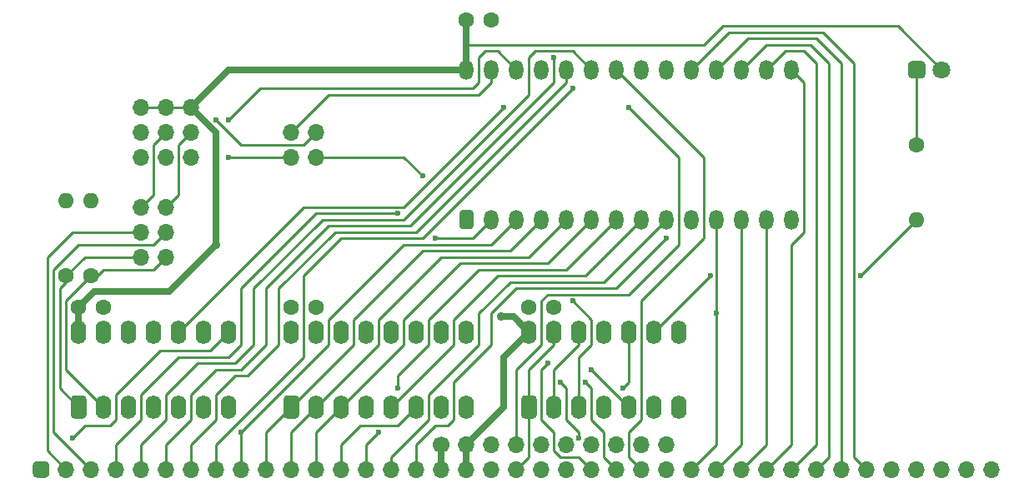
<source format=gbr>
%TF.GenerationSoftware,KiCad,Pcbnew,(5.1.6)-1*%
%TF.CreationDate,2020-11-27T01:24:45-08:00*%
%TF.ProjectId,rc-rom,72632d72-6f6d-42e6-9b69-6361645f7063,rev?*%
%TF.SameCoordinates,PX9157080PY9071968*%
%TF.FileFunction,Copper,L1,Top*%
%TF.FilePolarity,Positive*%
%FSLAX46Y46*%
G04 Gerber Fmt 4.6, Leading zero omitted, Abs format (unit mm)*
G04 Created by KiCad (PCBNEW (5.1.6)-1) date 2020-11-27 01:24:45*
%MOMM*%
%LPD*%
G01*
G04 APERTURE LIST*
%TA.AperFunction,ComponentPad*%
%ADD10O,1.440000X2.000000*%
%TD*%
%TA.AperFunction,ComponentPad*%
%ADD11O,1.600000X2.400000*%
%TD*%
%TA.AperFunction,ComponentPad*%
%ADD12O,1.700000X1.700000*%
%TD*%
%TA.AperFunction,ComponentPad*%
%ADD13O,1.600000X1.600000*%
%TD*%
%TA.AperFunction,ComponentPad*%
%ADD14C,1.600000*%
%TD*%
%TA.AperFunction,ComponentPad*%
%ADD15C,1.800000*%
%TD*%
%TA.AperFunction,ComponentPad*%
%ADD16C,1.700000*%
%TD*%
%TA.AperFunction,ViaPad*%
%ADD17C,0.600000*%
%TD*%
%TA.AperFunction,ViaPad*%
%ADD18C,0.900001*%
%TD*%
%TA.AperFunction,Conductor*%
%ADD19C,0.635000*%
%TD*%
%TA.AperFunction,Conductor*%
%ADD20C,0.254000*%
%TD*%
G04 APERTURE END LIST*
D10*
%TO.P,U1,15*%
%TO.N,D3*%
X77470000Y42240200D03*
%TO.P,U1,14*%
%TO.N,GND*%
X77470000Y27000200D03*
%TO.P,U1,16*%
%TO.N,D4*%
X74930000Y42240200D03*
%TO.P,U1,13*%
%TO.N,D2*%
X74930000Y27000200D03*
%TO.P,U1,17*%
%TO.N,D5*%
X72390000Y42240200D03*
%TO.P,U1,12*%
%TO.N,D1*%
X72390000Y27000200D03*
%TO.P,U1,18*%
%TO.N,D6*%
X69850000Y42240200D03*
%TO.P,U1,11*%
%TO.N,D0*%
X69850000Y27000200D03*
%TO.P,U1,19*%
%TO.N,D7*%
X67310000Y42240200D03*
%TO.P,U1,10*%
%TO.N,A0*%
X67310000Y27000200D03*
%TO.P,U1,20*%
%TO.N,PAGE*%
X64770000Y42240200D03*
%TO.P,U1,9*%
%TO.N,A1*%
X64770000Y27000200D03*
%TO.P,U1,21*%
%TO.N,A10*%
X62230000Y42240200D03*
%TO.P,U1,8*%
%TO.N,A2*%
X62230000Y27000200D03*
%TO.P,U1,22*%
%TO.N,~RD*%
X59690000Y42240200D03*
%TO.P,U1,7*%
%TO.N,A3*%
X59690000Y27000200D03*
%TO.P,U1,23*%
%TO.N,A11*%
X57150000Y42240200D03*
%TO.P,U1,6*%
%TO.N,A4*%
X57150000Y27000200D03*
%TO.P,U1,24*%
%TO.N,A9*%
X54610000Y42240200D03*
%TO.P,U1,5*%
%TO.N,A5*%
X54610000Y27000200D03*
%TO.P,U1,25*%
%TO.N,A8*%
X52070000Y42240200D03*
%TO.P,U1,4*%
%TO.N,A6*%
X52070000Y27000200D03*
%TO.P,U1,26*%
%TO.N,ROM_A13*%
X49530000Y42240200D03*
%TO.P,U1,3*%
%TO.N,A7*%
X49530000Y27000200D03*
%TO.P,U1,27*%
%TO.N,/ROM_A14S*%
X46990000Y42240200D03*
%TO.P,U1,2*%
%TO.N,A12*%
X46990000Y27000200D03*
%TO.P,U1,28*%
%TO.N,+5V*%
X44450000Y42240200D03*
%TO.P,U1,1*%
%TO.N,/ROM_A15S*%
%TA.AperFunction,ComponentPad*%
G36*
G01*
X44810000Y26000200D02*
X44090000Y26000200D01*
G75*
G02*
X43730000Y26360200I0J360000D01*
G01*
X43730000Y27640200D01*
G75*
G02*
X44090000Y28000200I360000J0D01*
G01*
X44810000Y28000200D01*
G75*
G02*
X45170000Y27640200I0J-360000D01*
G01*
X45170000Y26360200D01*
G75*
G02*
X44810000Y26000200I-360000J0D01*
G01*
G37*
%TD.AperFunction*%
%TD*%
D11*
%TO.P,U3,14*%
%TO.N,+5V*%
X50800000Y15570200D03*
%TO.P,U3,7*%
%TO.N,GND*%
X66040000Y7950200D03*
%TO.P,U3,13*%
%TO.N,~RESET*%
X53340000Y15570200D03*
%TO.P,U3,6*%
%TO.N,Net-(U3-Pad6)*%
X63500000Y7950200D03*
%TO.P,U3,12*%
%TO.N,D0*%
X55880000Y15570200D03*
%TO.P,U3,5*%
%TO.N,/~ROM_EN*%
X60960000Y7950200D03*
%TO.P,U3,11*%
%TO.N,/~LED_CFG*%
X58420000Y15570200D03*
%TO.P,U3,4*%
%TO.N,+5V*%
X58420000Y7950200D03*
%TO.P,U3,10*%
X60960000Y15570200D03*
%TO.P,U3,3*%
%TO.N,/~ROM_CFG*%
X55880000Y7950200D03*
%TO.P,U3,9*%
%TO.N,/LED*%
X63500000Y15570200D03*
%TO.P,U3,2*%
%TO.N,D0*%
X53340000Y7950200D03*
%TO.P,U3,8*%
%TO.N,Net-(U3-Pad8)*%
X66040000Y15570200D03*
%TO.P,U3,1*%
%TO.N,~RESET*%
%TA.AperFunction,ComponentPad*%
G36*
G01*
X51200000Y6750200D02*
X50400000Y6750200D01*
G75*
G02*
X50000000Y7150200I0J400000D01*
G01*
X50000000Y8750200D01*
G75*
G02*
X50400000Y9150200I400000J0D01*
G01*
X51200000Y9150200D01*
G75*
G02*
X51600000Y8750200I0J-400000D01*
G01*
X51600000Y7150200D01*
G75*
G02*
X51200000Y6750200I-400000J0D01*
G01*
G37*
%TD.AperFunction*%
%TD*%
%TO.P,U2,16*%
%TO.N,+5V*%
X26670000Y15570200D03*
%TO.P,U2,8*%
%TO.N,GND*%
X44450000Y7950200D03*
%TO.P,U2,15*%
%TO.N,/~LED_CFG*%
X29210000Y15570200D03*
%TO.P,U2,7*%
%TO.N,Net-(U2-Pad7)*%
X41910000Y7950200D03*
%TO.P,U2,14*%
%TO.N,Net-(U2-Pad14)*%
X31750000Y15570200D03*
%TO.P,U2,6*%
%TO.N,A3*%
X39370000Y7950200D03*
%TO.P,U2,13*%
%TO.N,Net-(U2-Pad13)*%
X34290000Y15570200D03*
%TO.P,U2,5*%
%TO.N,A2*%
X36830000Y7950200D03*
%TO.P,U2,12*%
%TO.N,Net-(U2-Pad12)*%
X36830000Y15570200D03*
%TO.P,U2,4*%
%TO.N,/~IOWR*%
X34290000Y7950200D03*
%TO.P,U2,11*%
%TO.N,Net-(U2-Pad11)*%
X39370000Y15570200D03*
%TO.P,U2,3*%
%TO.N,A4*%
X31750000Y7950200D03*
%TO.P,U2,10*%
%TO.N,Net-(U2-Pad10)*%
X41910000Y15570200D03*
%TO.P,U2,2*%
%TO.N,A5*%
X29210000Y7950200D03*
%TO.P,U2,9*%
%TO.N,/~ROM_CFG*%
X44450000Y15570200D03*
%TO.P,U2,1*%
%TO.N,A6*%
%TA.AperFunction,ComponentPad*%
G36*
G01*
X27070000Y6750200D02*
X26270000Y6750200D01*
G75*
G02*
X25870000Y7150200I0J400000D01*
G01*
X25870000Y8750200D01*
G75*
G02*
X26270000Y9150200I400000J0D01*
G01*
X27070000Y9150200D01*
G75*
G02*
X27470000Y8750200I0J-400000D01*
G01*
X27470000Y7150200D01*
G75*
G02*
X27070000Y6750200I-400000J0D01*
G01*
G37*
%TD.AperFunction*%
%TD*%
D12*
%TO.P,JP6,4*%
%TO.N,ROM_A14*%
X29210000Y35890200D03*
%TO.P,JP6,3*%
%TO.N,/ROM_A15S*%
X29210000Y33350200D03*
%TO.P,JP6,2*%
%TO.N,/ROM_A14S*%
X26670000Y35890200D03*
%TO.P,JP6,1*%
%TO.N,ROM_A15*%
X26670000Y33350200D03*
%TD*%
%TO.P,U4,1*%
%TO.N,/SZ1*%
%TA.AperFunction,ComponentPad*%
G36*
G01*
X5480000Y6750200D02*
X4680000Y6750200D01*
G75*
G02*
X4280000Y7150200I0J400000D01*
G01*
X4280000Y8750200D01*
G75*
G02*
X4680000Y9150200I400000J0D01*
G01*
X5480000Y9150200D01*
G75*
G02*
X5880000Y8750200I0J-400000D01*
G01*
X5880000Y7150200D01*
G75*
G02*
X5480000Y6750200I-400000J0D01*
G01*
G37*
%TD.AperFunction*%
D11*
%TO.P,U4,8*%
%TO.N,A15*%
X20320000Y15570200D03*
%TO.P,U4,2*%
%TO.N,/SZ2*%
X7620000Y7950200D03*
%TO.P,U4,9*%
%TO.N,~ROM_CS*%
X17780000Y15570200D03*
%TO.P,U4,3*%
%TO.N,A7*%
X10160000Y7950200D03*
%TO.P,U4,10*%
%TO.N,PAGE*%
X15240000Y15570200D03*
%TO.P,U4,4*%
%TO.N,~WR*%
X12700000Y7950200D03*
%TO.P,U4,11*%
%TO.N,~ROM_CS*%
X12700000Y15570200D03*
%TO.P,U4,5*%
%TO.N,~IOREQ*%
X15240000Y7950200D03*
%TO.P,U4,12*%
%TO.N,~MREQ*%
X10160000Y15570200D03*
%TO.P,U4,6*%
%TO.N,/~IOWR*%
X17780000Y7950200D03*
%TO.P,U4,13*%
%TO.N,/~ROM_EN*%
X7620000Y15570200D03*
%TO.P,U4,7*%
%TO.N,GND*%
X20320000Y7950200D03*
%TO.P,U4,14*%
%TO.N,+5V*%
X5080000Y15570200D03*
%TD*%
D13*
%TO.P,R3,2*%
%TO.N,/LED*%
X90170000Y27000200D03*
D14*
%TO.P,R3,1*%
%TO.N,Net-(D1-Pad1)*%
X90170000Y34620200D03*
%TD*%
D13*
%TO.P,R2,2*%
%TO.N,GND*%
X6350000Y28905200D03*
D14*
%TO.P,R2,1*%
%TO.N,/SZ2*%
X6350000Y21285200D03*
%TD*%
D13*
%TO.P,R1,2*%
%TO.N,GND*%
X3810000Y28905200D03*
D14*
%TO.P,R1,1*%
%TO.N,/SZ1*%
X3810000Y21285200D03*
%TD*%
D12*
%TO.P,JP5,3*%
%TO.N,GND*%
X16510000Y33350200D03*
%TO.P,JP5,2*%
%TO.N,ROM_A13*%
X16510000Y35890200D03*
%TO.P,JP5,1*%
%TO.N,+5V*%
X16510000Y38430200D03*
%TD*%
%TO.P,JP4,3*%
%TO.N,GND*%
X13970000Y33350200D03*
%TO.P,JP4,2*%
%TO.N,ROM_A14*%
X13970000Y35890200D03*
%TO.P,JP4,1*%
%TO.N,+5V*%
X13970000Y38430200D03*
%TD*%
%TO.P,JP3,3*%
%TO.N,GND*%
X11430000Y33350200D03*
%TO.P,JP3,2*%
%TO.N,ROM_A15*%
X11430000Y35890200D03*
%TO.P,JP3,1*%
%TO.N,+5V*%
X11430000Y38430200D03*
%TD*%
%TO.P,JP2,3*%
%TO.N,/SZ2*%
X13970000Y23190200D03*
%TO.P,JP2,2*%
%TO.N,A13*%
X13970000Y25730200D03*
%TO.P,JP2,1*%
%TO.N,ROM_A13*%
X13970000Y28270200D03*
%TD*%
%TO.P,JP1,3*%
%TO.N,/SZ1*%
X11430000Y23190200D03*
%TO.P,JP1,2*%
%TO.N,A14*%
X11430000Y25730200D03*
%TO.P,JP1,1*%
%TO.N,ROM_A14*%
X11430000Y28270200D03*
%TD*%
D15*
%TO.P,D1,2*%
%TO.N,+5V*%
X92710000Y42240200D03*
%TO.P,D1,1*%
%TO.N,Net-(D1-Pad1)*%
%TA.AperFunction,ComponentPad*%
G36*
G01*
X89270000Y41790200D02*
X89270000Y42690200D01*
G75*
G02*
X89720000Y43140200I450000J0D01*
G01*
X90620000Y43140200D01*
G75*
G02*
X91070000Y42690200I0J-450000D01*
G01*
X91070000Y41790200D01*
G75*
G02*
X90620000Y41340200I-450000J0D01*
G01*
X89720000Y41340200D01*
G75*
G02*
X89270000Y41790200I0J450000D01*
G01*
G37*
%TD.AperFunction*%
%TD*%
D14*
%TO.P,C4,2*%
%TO.N,GND*%
X7580000Y18110200D03*
%TO.P,C4,1*%
%TO.N,+5V*%
X5080000Y18110200D03*
%TD*%
%TO.P,C3,2*%
%TO.N,GND*%
X53300000Y18110200D03*
%TO.P,C3,1*%
%TO.N,+5V*%
X50800000Y18110200D03*
%TD*%
%TO.P,C2,2*%
%TO.N,GND*%
X29170000Y18110200D03*
%TO.P,C2,1*%
%TO.N,+5V*%
X26670000Y18110200D03*
%TD*%
%TO.P,C1,2*%
%TO.N,GND*%
X46950000Y47320200D03*
%TO.P,C1,1*%
%TO.N,+5V*%
X44450000Y47320200D03*
%TD*%
D12*
%TO.P,J2,10*%
%TO.N,Net-(J2-Pad10)*%
X64770000Y4140200D03*
%TO.P,J2,9*%
%TO.N,Net-(J2-Pad9)*%
X62230000Y4140200D03*
%TO.P,J2,8*%
%TO.N,Net-(J2-Pad8)*%
X59690000Y4140200D03*
%TO.P,J2,7*%
%TO.N,Net-(J2-Pad7)*%
X57150000Y4140200D03*
%TO.P,J2,6*%
%TO.N,Net-(J2-Pad6)*%
X54610000Y4140200D03*
%TO.P,J2,5*%
%TO.N,Net-(J2-Pad5)*%
X52070000Y4140200D03*
%TO.P,J2,4*%
%TO.N,PAGE*%
X49530000Y4140200D03*
%TO.P,J2,3*%
%TO.N,Net-(J2-Pad3)*%
X46990000Y4140200D03*
%TO.P,J2,2*%
%TO.N,+5V*%
X44450000Y4140200D03*
D16*
%TO.P,J2,1*%
%TO.N,GND*%
X41910000Y4140200D03*
%TD*%
D12*
%TO.P,J1,39*%
%TO.N,Net-(J1-Pad39)*%
X97790000Y1600200D03*
%TO.P,J1,38*%
%TO.N,Net-(J1-Pad38)*%
X95250000Y1600200D03*
%TO.P,J1,37*%
%TO.N,Net-(J1-Pad37)*%
X92710000Y1600200D03*
%TO.P,J1,36*%
%TO.N,Net-(J1-Pad36)*%
X90170000Y1600200D03*
%TO.P,J1,35*%
%TO.N,Net-(J1-Pad35)*%
X87630000Y1600200D03*
%TO.P,J1,34*%
%TO.N,D7*%
X85090000Y1600200D03*
%TO.P,J1,33*%
%TO.N,D6*%
X82550000Y1600200D03*
%TO.P,J1,32*%
%TO.N,D5*%
X80010000Y1600200D03*
%TO.P,J1,31*%
%TO.N,D4*%
X77470000Y1600200D03*
%TO.P,J1,30*%
%TO.N,D3*%
X74930000Y1600200D03*
%TO.P,J1,29*%
%TO.N,D2*%
X72390000Y1600200D03*
%TO.P,J1,28*%
%TO.N,D1*%
X69850000Y1600200D03*
%TO.P,J1,27*%
%TO.N,D0*%
X67310000Y1600200D03*
%TO.P,J1,26*%
%TO.N,~IOREQ*%
X64770000Y1600200D03*
%TO.P,J1,25*%
%TO.N,~RD*%
X62230000Y1600200D03*
%TO.P,J1,24*%
%TO.N,~WR*%
X59690000Y1600200D03*
%TO.P,J1,23*%
%TO.N,~MREQ*%
X57150000Y1600200D03*
%TO.P,J1,22*%
%TO.N,Net-(J1-Pad22)*%
X54610000Y1600200D03*
%TO.P,J1,21*%
%TO.N,Net-(J1-Pad21)*%
X52070000Y1600200D03*
%TO.P,J1,20*%
%TO.N,~RESET*%
X49530000Y1600200D03*
%TO.P,J1,19*%
%TO.N,Net-(J1-Pad19)*%
X46990000Y1600200D03*
%TO.P,J1,18*%
%TO.N,+5V*%
X44450000Y1600200D03*
%TO.P,J1,17*%
%TO.N,GND*%
X41910000Y1600200D03*
%TO.P,J1,16*%
%TO.N,A0*%
X39370000Y1600200D03*
%TO.P,J1,15*%
%TO.N,A1*%
X36830000Y1600200D03*
%TO.P,J1,14*%
%TO.N,A2*%
X34290000Y1600200D03*
%TO.P,J1,13*%
%TO.N,A3*%
X31750000Y1600200D03*
%TO.P,J1,12*%
%TO.N,A4*%
X29210000Y1600200D03*
%TO.P,J1,11*%
%TO.N,A5*%
X26670000Y1600200D03*
%TO.P,J1,10*%
%TO.N,A6*%
X24130000Y1600200D03*
%TO.P,J1,9*%
%TO.N,A7*%
X21590000Y1600200D03*
%TO.P,J1,8*%
%TO.N,A8*%
X19050000Y1600200D03*
%TO.P,J1,7*%
%TO.N,A9*%
X16510000Y1600200D03*
%TO.P,J1,6*%
%TO.N,A10*%
X13970000Y1600200D03*
%TO.P,J1,5*%
%TO.N,A11*%
X11430000Y1600200D03*
%TO.P,J1,4*%
%TO.N,A12*%
X8890000Y1600200D03*
%TO.P,J1,3*%
%TO.N,A13*%
X6350000Y1600200D03*
%TO.P,J1,2*%
%TO.N,A14*%
X3810000Y1600200D03*
%TO.P,J1,1*%
%TO.N,A15*%
%TA.AperFunction,ComponentPad*%
G36*
G01*
X1695000Y750200D02*
X845000Y750200D01*
G75*
G02*
X420000Y1175200I0J425000D01*
G01*
X420000Y2025200D01*
G75*
G02*
X845000Y2450200I425000J0D01*
G01*
X1695000Y2450200D01*
G75*
G02*
X2120000Y2025200I0J-425000D01*
G01*
X2120000Y1175200D01*
G75*
G02*
X1695000Y750200I-425000J0D01*
G01*
G37*
%TD.AperFunction*%
%TD*%
D17*
%TO.N,D0*%
X69850000Y17475200D03*
%TO.N,~IOREQ*%
X53975000Y10490200D03*
X55880000Y4775200D03*
%TO.N,~WR*%
X56515000Y10490200D03*
%TO.N,~MREQ*%
X52705000Y12395200D03*
%TO.N,+5V*%
X60325000Y9855200D03*
X48260000Y9855200D03*
D18*
X19050000Y24460200D03*
X47942500Y17157700D03*
D17*
%TO.N,A0*%
X64770000Y25095200D03*
%TO.N,A2*%
X35560000Y5410200D03*
%TO.N,A3*%
X37465000Y9855200D03*
%TO.N,A7*%
X21590000Y5410200D03*
%TO.N,A8*%
X55245000Y40335200D03*
%TO.N,A10*%
X53340000Y43510200D03*
%TO.N,A12*%
X41275000Y25095200D03*
X37465000Y27635200D03*
%TO.N,A15*%
X4445000Y4775200D03*
%TO.N,PAGE*%
X60960000Y38430200D03*
X48260000Y38430200D03*
%TO.N,ROM_A13*%
X20320000Y37160200D03*
%TO.N,ROM_A14*%
X19050000Y37160200D03*
%TO.N,ROM_A15*%
X20320000Y33350200D03*
%TO.N,/LED*%
X69215000Y21285200D03*
X84455000Y21285200D03*
%TO.N,/~ROM_CFG*%
X55245000Y18745200D03*
%TO.N,/~ROM_EN*%
X57150000Y11760200D03*
%TO.N,/ROM_A15S*%
X40005001Y31445201D03*
%TD*%
D19*
%TO.N,GND*%
X41910000Y1600200D02*
X41910000Y4140200D01*
D20*
%TO.N,D7*%
X80645000Y46050200D02*
X71120000Y46050200D01*
X83820000Y42875200D02*
X80645000Y46050200D01*
X85090000Y1600200D02*
X83820000Y2870200D01*
X71120000Y46050200D02*
X67310000Y42240200D01*
X83820000Y2870200D02*
X83820000Y42875200D01*
%TO.N,D6*%
X73025000Y45415200D02*
X69850000Y42240200D01*
X80010000Y45415200D02*
X73025000Y45415200D01*
X82550000Y1600200D02*
X82550000Y42875200D01*
X82550000Y42875200D02*
X80010000Y45415200D01*
%TO.N,D5*%
X79375000Y44780200D02*
X74930000Y44780200D01*
X74930000Y44780200D02*
X72390000Y42240200D01*
X81280000Y42875200D02*
X79375000Y44780200D01*
X80010000Y1600200D02*
X81280000Y2870200D01*
X81280000Y2870200D02*
X81280000Y42875200D01*
%TO.N,D4*%
X78740000Y44145200D02*
X76835000Y44145200D01*
X80010000Y42875200D02*
X78740000Y44145200D01*
X77470000Y1600200D02*
X80010000Y4140200D01*
X76835000Y44145200D02*
X74930000Y42240200D01*
X80010000Y4140200D02*
X80010000Y42875200D01*
%TO.N,D3*%
X78740000Y25730200D02*
X78740000Y40970200D01*
X78740000Y40970200D02*
X77470000Y42240200D01*
X77470000Y24460200D02*
X78740000Y25730200D01*
X74930000Y1600200D02*
X77470000Y4140200D01*
X77470000Y4140200D02*
X77470000Y24460200D01*
%TO.N,D2*%
X74930000Y4140200D02*
X74930000Y27000200D01*
X72390000Y1600200D02*
X74930000Y4140200D01*
%TO.N,D1*%
X72390000Y4140200D02*
X72390000Y27000200D01*
X69850000Y1600200D02*
X72390000Y4140200D01*
%TO.N,D0*%
X69850000Y17475200D02*
X69850000Y27000200D01*
X53340000Y11760200D02*
X53340000Y7950200D01*
X55880000Y15570200D02*
X55880000Y14300200D01*
X55880000Y14300200D02*
X53340000Y11760200D01*
X69850000Y14935200D02*
X69850000Y17475200D01*
X67310000Y1600200D02*
X69850000Y4140200D01*
X69850000Y4140200D02*
X69850000Y14935200D01*
%TO.N,~IOREQ*%
X55880000Y5410200D02*
X55880000Y4775200D01*
X54610000Y6680200D02*
X55880000Y5410200D01*
X53975000Y10490200D02*
X54610000Y9855200D01*
X54610000Y9855200D02*
X54610000Y6680200D01*
%TO.N,~RD*%
X68580000Y25095200D02*
X68580000Y33350200D01*
X60960000Y2870200D02*
X60960000Y5410200D01*
X62230000Y6680200D02*
X62230000Y18745200D01*
X62230000Y1600200D02*
X60960000Y2870200D01*
X68580000Y33350200D02*
X59690000Y42240200D01*
X60960000Y5410200D02*
X62230000Y6680200D01*
X62230000Y18745200D02*
X68580000Y25095200D01*
%TO.N,~WR*%
X58420000Y5410200D02*
X57150000Y6680200D01*
X59690000Y1600200D02*
X58420000Y2870200D01*
X57150000Y9855200D02*
X56515000Y10490200D01*
X58420000Y2870200D02*
X58420000Y5410200D01*
X57150000Y6680200D02*
X57150000Y9855200D01*
%TO.N,~MREQ*%
X52070000Y11760200D02*
X52705000Y12395200D01*
X55880000Y2870200D02*
X53975000Y2870200D01*
X53340000Y5410200D02*
X52070000Y6680200D01*
X57150000Y1600200D02*
X55880000Y2870200D01*
X52070000Y6680200D02*
X52070000Y11760200D01*
X53340000Y3505200D02*
X53340000Y5410200D01*
X53975000Y2870200D02*
X53340000Y3505200D01*
%TO.N,~RESET*%
X50800000Y2870200D02*
X49530000Y1600200D01*
X50800000Y7950200D02*
X50800000Y2870200D01*
X50800000Y11760200D02*
X50800000Y9220200D01*
X50800000Y9220200D02*
X50800000Y7950200D01*
X53340000Y15570200D02*
X53340000Y14300200D01*
X53340000Y14300200D02*
X50800000Y11760200D01*
D19*
%TO.N,+5V*%
X44450000Y4140200D02*
X44450000Y1600200D01*
D20*
X16510000Y38430200D02*
X13970000Y38430200D01*
X13970000Y38430200D02*
X11430000Y38430200D01*
D19*
X5080000Y18110200D02*
X5080000Y15570200D01*
D20*
X60960000Y10490200D02*
X60325000Y9855200D01*
X60960000Y15570200D02*
X60960000Y10490200D01*
D19*
X44450000Y4140200D02*
X48260000Y7950200D01*
X48260000Y13030200D02*
X50800000Y15570200D01*
X48260000Y7950200D02*
X48260000Y9855200D01*
X48260000Y9855200D02*
X48260000Y13030200D01*
X44450000Y42240200D02*
X20320000Y42240200D01*
X19050000Y24460200D02*
X19050000Y35890200D01*
X19050000Y35890200D02*
X16510000Y38430200D01*
X16510000Y38430200D02*
X20320000Y42240200D01*
X44450000Y44780200D02*
X44450000Y42240200D01*
X44450000Y47320200D02*
X44450000Y44780200D01*
D20*
X44450000Y44780200D02*
X68580000Y44780200D01*
X68580000Y44780200D02*
X70485000Y46685200D01*
X88265000Y46685200D02*
X92710000Y42240200D01*
X70485000Y46685200D02*
X88265000Y46685200D01*
D19*
X50800000Y15570200D02*
X49212500Y17157700D01*
X49212500Y17157700D02*
X47942500Y17157700D01*
X5080000Y18110200D02*
X6667500Y19697700D01*
X14287500Y19697700D02*
X19050000Y24460200D01*
X6667500Y19697700D02*
X14287500Y19697700D01*
D20*
%TO.N,A0*%
X42545000Y6045200D02*
X43180000Y6680200D01*
X41275000Y6045200D02*
X42545000Y6045200D01*
X49530000Y20015200D02*
X59690000Y20015200D01*
X39370000Y1600200D02*
X39370000Y4140200D01*
X59690000Y20015200D02*
X64770000Y25095200D01*
X43180000Y6680200D02*
X43180000Y10490200D01*
X39370000Y4140200D02*
X41275000Y6045200D01*
X46990000Y14300200D02*
X46990000Y17475200D01*
X46990000Y17475200D02*
X49530000Y20015200D01*
X43180000Y10490200D02*
X46990000Y14300200D01*
%TO.N,A1*%
X58420000Y20650200D02*
X64770000Y27000200D01*
X45720000Y17475200D02*
X48895000Y20650200D01*
X36830000Y1600200D02*
X36830000Y2870200D01*
X48895000Y20650200D02*
X58420000Y20650200D01*
X40640000Y6680200D02*
X40640000Y9220200D01*
X40640000Y9220200D02*
X45720000Y14300200D01*
X36830000Y2870200D02*
X40640000Y6680200D01*
X45720000Y14300200D02*
X45720000Y17475200D01*
%TO.N,A2*%
X34290000Y4140200D02*
X35560000Y5410200D01*
X34290000Y1600200D02*
X34290000Y4140200D01*
X38735000Y9855200D02*
X36830000Y7950200D01*
X56515000Y21285200D02*
X47625000Y21285200D01*
X47625000Y21285200D02*
X43180000Y16840200D01*
X62230000Y27000200D02*
X56515000Y21285200D01*
X43180000Y16840200D02*
X43180000Y14300200D01*
X43180000Y14300200D02*
X38735000Y9855200D01*
%TO.N,A3*%
X37465000Y6045200D02*
X39370000Y7950200D01*
X31750000Y1600200D02*
X31750000Y4140200D01*
X33655000Y6045200D02*
X37465000Y6045200D01*
X31750000Y4140200D02*
X33655000Y6045200D01*
X37465000Y11125200D02*
X37465000Y9855200D01*
X54610000Y21920200D02*
X45720000Y21920200D01*
X59690000Y27000200D02*
X54610000Y21920200D01*
X45720000Y21920200D02*
X40640000Y16840200D01*
X40640000Y14300200D02*
X37465000Y11125200D01*
X40640000Y16840200D02*
X40640000Y14300200D01*
%TO.N,A4*%
X29210000Y5410200D02*
X31750000Y7950200D01*
X29210000Y1600200D02*
X29210000Y5410200D01*
X38100000Y14300200D02*
X31750000Y7950200D01*
X43815000Y22555200D02*
X38100000Y16840200D01*
X57150000Y27000200D02*
X52705000Y22555200D01*
X38100000Y16840200D02*
X38100000Y14300200D01*
X52705000Y22555200D02*
X43815000Y22555200D01*
%TO.N,A5*%
X26670000Y5410200D02*
X29210000Y7950200D01*
X26670000Y1600200D02*
X26670000Y5410200D01*
X35560000Y14300200D02*
X29210000Y7950200D01*
X35560000Y16840200D02*
X35560000Y14300200D01*
X41910000Y23190200D02*
X35560000Y16840200D01*
X54610000Y27000200D02*
X50800000Y23190200D01*
X50800000Y23190200D02*
X41910000Y23190200D01*
%TO.N,A6*%
X24130000Y5410200D02*
X26670000Y7950200D01*
X24130000Y1600200D02*
X24130000Y5410200D01*
X33020000Y14300200D02*
X26670000Y7950200D01*
X33020000Y16840200D02*
X33020000Y14300200D01*
X40005000Y23825200D02*
X33020000Y16840200D01*
X52070000Y27000200D02*
X48895000Y23825200D01*
X48895000Y23825200D02*
X40005000Y23825200D01*
%TO.N,A7*%
X48260000Y25730200D02*
X49530000Y27000200D01*
X46990000Y24460200D02*
X48260000Y25730200D01*
X30480000Y16840200D02*
X38100000Y24460200D01*
X21590000Y1600200D02*
X21590000Y5410200D01*
X30480000Y14300200D02*
X30480000Y16840200D01*
X38100000Y24460200D02*
X46990000Y24460200D01*
X21590000Y5410200D02*
X27305000Y11125200D01*
X27305000Y11125200D02*
X30480000Y14300200D01*
%TO.N,A8*%
X40005000Y25095200D02*
X55245000Y40335200D01*
X19050000Y4140200D02*
X27940000Y13030200D01*
X19050000Y1600200D02*
X19050000Y4140200D01*
X27940000Y13030200D02*
X27940000Y21285200D01*
X27940000Y21285200D02*
X31750000Y25095200D01*
X31750000Y25095200D02*
X40005000Y25095200D01*
%TO.N,A9*%
X25400000Y20015200D02*
X25400000Y14300200D01*
X25400000Y14300200D02*
X22225000Y11125200D01*
X20955000Y11125200D02*
X19050000Y9220200D01*
X31115000Y25730200D02*
X25400000Y20015200D01*
X19050000Y9220200D02*
X19050000Y6680200D01*
X39370000Y25730200D02*
X31115000Y25730200D01*
X54610000Y42240200D02*
X54610000Y40970200D01*
X54610000Y40970200D02*
X39370000Y25730200D01*
X22225000Y11125200D02*
X20955000Y11125200D01*
X19050000Y6680200D02*
X16510000Y4140200D01*
X16510000Y4140200D02*
X16510000Y1600200D01*
%TO.N,A10*%
X19050000Y11760200D02*
X21590000Y11760200D01*
X24130000Y14300200D02*
X24130000Y20015200D01*
X16510000Y9220200D02*
X19050000Y11760200D01*
X13970000Y4140200D02*
X16510000Y6680200D01*
X16510000Y6680200D02*
X16510000Y9220200D01*
X13970000Y1600200D02*
X13970000Y4140200D01*
X21590000Y11760200D02*
X24130000Y14300200D01*
X24130000Y20015200D02*
X30480000Y26365200D01*
X30480000Y26365200D02*
X38735000Y26365200D01*
X38735000Y26365200D02*
X53340000Y40970200D01*
X53340000Y40970200D02*
X53340000Y43510200D01*
%TO.N,A11*%
X22860000Y14300200D02*
X20955000Y12395200D01*
X22860000Y20015200D02*
X22860000Y14300200D01*
X29845000Y27000200D02*
X22860000Y20015200D01*
X55245000Y44145200D02*
X51435000Y44145200D01*
X20955000Y12395200D02*
X17145000Y12395200D01*
X38100000Y27000200D02*
X29845000Y27000200D01*
X50800000Y43510200D02*
X50800000Y39700200D01*
X51435000Y44145200D02*
X50800000Y43510200D01*
X17145000Y12395200D02*
X13970000Y9220200D01*
X13970000Y6680200D02*
X11430000Y4140200D01*
X50800000Y39700200D02*
X38100000Y27000200D01*
X57150000Y42240200D02*
X55245000Y44145200D01*
X13970000Y9220200D02*
X13970000Y6680200D01*
X11430000Y4140200D02*
X11430000Y1600200D01*
%TO.N,A12*%
X46990000Y27000200D02*
X45085000Y25095200D01*
X45085000Y25095200D02*
X41275000Y25095200D01*
X15240000Y13030200D02*
X20320000Y13030200D01*
X21590000Y14300200D02*
X21590000Y20015200D01*
X20320000Y13030200D02*
X21590000Y14300200D01*
X8890000Y1600200D02*
X8890000Y4140200D01*
X11430000Y6680200D02*
X11430000Y9220200D01*
X8890000Y4140200D02*
X11430000Y6680200D01*
X21590000Y20015200D02*
X29210000Y27635200D01*
X11430000Y9220200D02*
X15240000Y13030200D01*
X29210000Y27635200D02*
X37465000Y27635200D01*
%TO.N,A13*%
X12700000Y24460200D02*
X13970000Y25730200D01*
X2540000Y21920200D02*
X5080000Y24460200D01*
X5080000Y24460200D02*
X12700000Y24460200D01*
X6350000Y1600200D02*
X2540000Y5410200D01*
X2540000Y5410200D02*
X2540000Y21920200D01*
%TO.N,A14*%
X4445000Y25730200D02*
X11430000Y25730200D01*
X1905000Y23190200D02*
X4445000Y25730200D01*
X3810000Y1600200D02*
X1905000Y3505200D01*
X1905000Y3505200D02*
X1905000Y23190200D01*
%TO.N,A15*%
X5715000Y6045200D02*
X8255000Y6045200D01*
X4445000Y4775200D02*
X5715000Y6045200D01*
X8255000Y6045200D02*
X8890000Y6680200D01*
X8890000Y6680200D02*
X8890000Y9220200D01*
X8890000Y9220200D02*
X13335000Y13665200D01*
X13335000Y13665200D02*
X18415000Y13665200D01*
X18415000Y13665200D02*
X20320000Y15570200D01*
%TO.N,PAGE*%
X66040000Y24460200D02*
X66040000Y33350200D01*
X60960000Y19380200D02*
X66040000Y24460200D01*
X66040000Y33350200D02*
X60960000Y38430200D01*
X49530000Y4140200D02*
X49530000Y11760200D01*
X52070000Y14300200D02*
X52070000Y18745200D01*
X52070000Y18745200D02*
X52705000Y19380200D01*
X52705000Y19380200D02*
X60960000Y19380200D01*
X49530000Y11760200D02*
X52070000Y14300200D01*
X15240000Y15570200D02*
X27940000Y28270200D01*
X27940000Y28270200D02*
X38100000Y28270200D01*
X38100000Y28270200D02*
X48260000Y38430200D01*
%TO.N,Net-(D1-Pad1)*%
X90170000Y34620200D02*
X90170000Y42240200D01*
%TO.N,ROM_A13*%
X13970000Y28270200D02*
X15240000Y29540200D01*
X15240000Y29540200D02*
X15240000Y34620200D01*
X15240000Y34620200D02*
X16510000Y35890200D01*
X45720000Y40970200D02*
X45085000Y40335200D01*
X46355000Y44145200D02*
X45720000Y43510200D01*
X23495000Y40335200D02*
X20320000Y37160200D01*
X47625000Y44145200D02*
X46355000Y44145200D01*
X45720000Y43510200D02*
X45720000Y40970200D01*
X45085000Y40335200D02*
X23495000Y40335200D01*
X49530000Y42240200D02*
X47625000Y44145200D01*
%TO.N,ROM_A14*%
X11430000Y28270200D02*
X12700000Y29540200D01*
X12700000Y29540200D02*
X12700000Y34620200D01*
X12700000Y34620200D02*
X13970000Y35890200D01*
X27940000Y34620200D02*
X21590000Y34620200D01*
X29210000Y35890200D02*
X27940000Y34620200D01*
X21590000Y34620200D02*
X19050000Y37160200D01*
%TO.N,ROM_A15*%
X26670000Y33350200D02*
X20320000Y33350200D01*
%TO.N,/LED*%
X63500000Y15570200D02*
X69215000Y21285200D01*
X84455000Y21285200D02*
X90170000Y27000200D01*
%TO.N,/~ROM_CFG*%
X57150000Y14300200D02*
X57150000Y16840200D01*
X55880000Y7950200D02*
X55880000Y13030200D01*
X55880000Y13030200D02*
X57150000Y14300200D01*
X57150000Y16840200D02*
X55245000Y18745200D01*
%TO.N,/~ROM_EN*%
X60960000Y7950200D02*
X57150000Y11760200D01*
%TO.N,/SZ1*%
X5715000Y23190200D02*
X11430000Y23190200D01*
X3810000Y21285200D02*
X5715000Y23190200D01*
X3175000Y9855200D02*
X5080000Y7950200D01*
X3175000Y20015200D02*
X3175000Y9855200D01*
X3810000Y21285200D02*
X3810000Y20650200D01*
X3810000Y20650200D02*
X3175000Y20015200D01*
%TO.N,/SZ2*%
X3810000Y18745200D02*
X6350000Y21285200D01*
X7620000Y7950200D02*
X3810000Y11760200D01*
X3810000Y11760200D02*
X3810000Y18745200D01*
X12700000Y21920200D02*
X13970000Y23190200D01*
X7620000Y21920200D02*
X12700000Y21920200D01*
X6350000Y21285200D02*
X6985000Y21285200D01*
X6985000Y21285200D02*
X7620000Y21920200D01*
%TO.N,/ROM_A15S*%
X29210000Y33350200D02*
X38100002Y33350200D01*
X38100002Y33350200D02*
X40005001Y31445201D01*
%TO.N,/ROM_A14S*%
X46990000Y40970200D02*
X46990000Y42240200D01*
X45720000Y39700200D02*
X46990000Y40970200D01*
X26670000Y35890200D02*
X30480000Y39700200D01*
X30480000Y39700200D02*
X45720000Y39700200D01*
%TD*%
M02*

</source>
